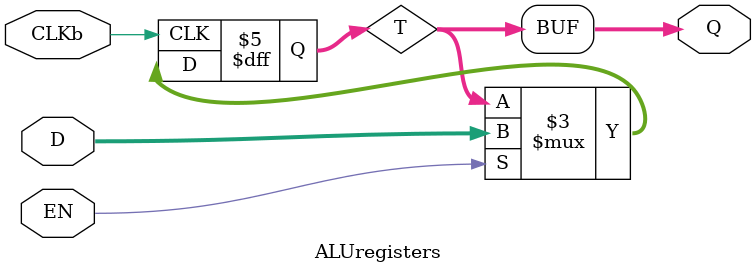
<source format=sv>
module ALUregisters#(
	parameter N = 10 //variable width register
)
(
	input logic [N-1:0] D,
	input logic CLKb, EN,
	output logic [N-1:0] Q
);

logic [N-1:0]T;
	
	//negedge register with synchronous active-high enable
	always_ff@(negedge CLKb)
	begin
		if(EN)
			T <= D;
		else
			T <= T;			
	end

assign Q = T;
	
endmodule 
</source>
